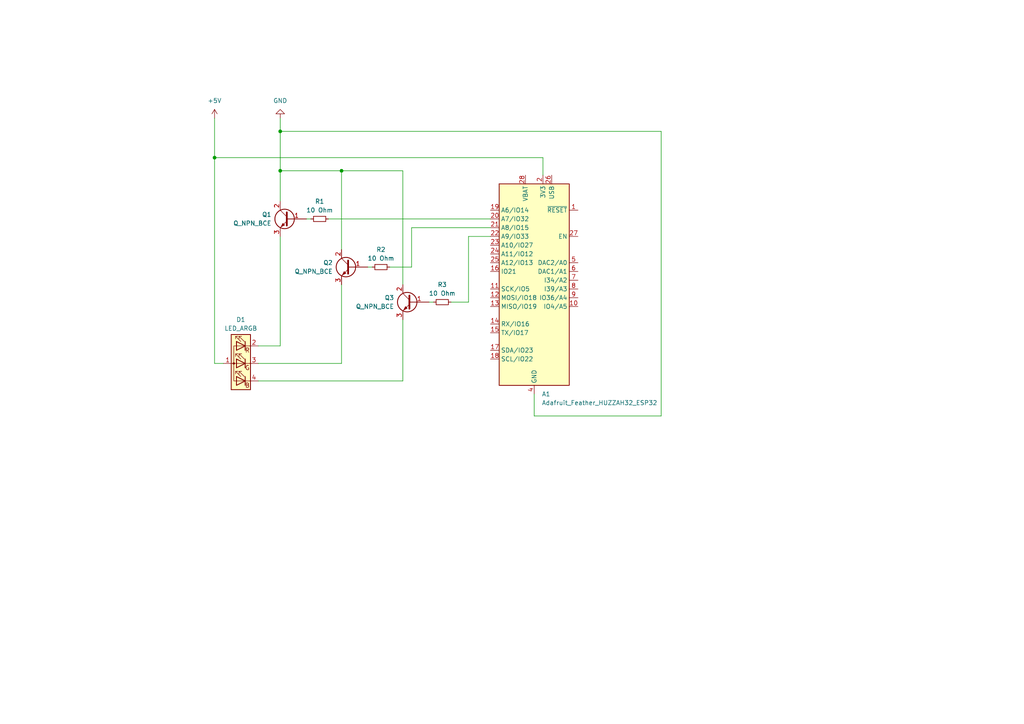
<source format=kicad_sch>
(kicad_sch (version 20230121) (generator eeschema)
  (paper "A4")
  (lib_symbols
    (symbol "Device:LED_ARGB" (pin_names (offset 0) hide)
      (property "Reference" "D" (at 0 9.398 0))
      (property "Value" "LED_ARGB" (at 0 -8.89 0))
      (symbol "LED_ARGB_0_0"
        (text "B" (at -1.905 -6.35 0) (effects (font (size 1.27 1.27))))
        (text "G" (at -1.905 -1.27 0) (effects (font (size 1.27 1.27))))
        (text "R" (at -1.905 3.81 0) (effects (font (size 1.27 1.27))))
      )
      (symbol "LED_ARGB_0_1"
        (polyline (pts (xy -1.27 -5.08) (xy -2.54 -5.08)))
        (polyline (pts (xy -1.27 -5.08) (xy 1.27 -5.08)))
        (polyline (pts (xy -1.27 -3.81) (xy -1.27 -6.35)) (stroke (width 0.254)))
        (polyline (pts (xy -1.27 0) (xy -2.54 0)))
        (polyline (pts (xy -1.27 1.27) (xy -1.27 -1.27)) (stroke (width 0.254)))
        (polyline (pts (xy -1.27 5.08) (xy -2.54 5.08)))
        (polyline (pts (xy -1.27 5.08) (xy 1.27 5.08)))
        (polyline (pts (xy -1.27 6.35) (xy -1.27 3.81)) (stroke (width 0.254)))
        (polyline (pts (xy 1.27 0) (xy -1.27 0)))
        (polyline (pts (xy 1.27 0) (xy 2.54 0)))
        (polyline (pts (xy -1.27 1.27) (xy -1.27 -1.27) (xy -1.27 -1.27)))
        (polyline (pts (xy -1.27 6.35) (xy -1.27 3.81) (xy -1.27 3.81)))
        (polyline (pts (xy 1.27 -5.08) (xy 2.032 -5.08) (xy 2.032 5.08) (xy 1.27 5.08)))
        (polyline (pts (xy 1.27 -3.81) (xy 1.27 -6.35) (xy -1.27 -5.08) (xy 1.27 -3.81)) (stroke (width 0.254)))
        (polyline (pts (xy 1.27 1.27) (xy 1.27 -1.27) (xy -1.27 0) (xy 1.27 1.27)) (stroke (width 0.254)))
        (polyline (pts (xy 1.27 6.35) (xy 1.27 3.81) (xy -1.27 5.08) (xy 1.27 6.35)) (stroke (width 0.254)))
        (polyline (pts (xy -1.016 -3.81) (xy 0.508 -2.286) (xy -0.254 -2.286) (xy 0.508 -2.286) (xy 0.508 -3.048)))
        (polyline (pts (xy -1.016 1.27) (xy 0.508 2.794) (xy -0.254 2.794) (xy 0.508 2.794) (xy 0.508 2.032)))
        (polyline (pts (xy -1.016 6.35) (xy 0.508 7.874) (xy -0.254 7.874) (xy 0.508 7.874) (xy 0.508 7.112)))
        (polyline (pts (xy 0 -3.81) (xy 1.524 -2.286) (xy 0.762 -2.286) (xy 1.524 -2.286) (xy 1.524 -3.048)))
        (polyline (pts (xy 0 1.27) (xy 1.524 2.794) (xy 0.762 2.794) (xy 1.524 2.794) (xy 1.524 2.032)))
        (polyline (pts (xy 0 6.35) (xy 1.524 7.874) (xy 0.762 7.874) (xy 1.524 7.874) (xy 1.524 7.112)))
        (rectangle (start 1.27 -1.27) (end 1.27 1.27))
        (rectangle (start 1.27 1.27) (end 1.27 1.27))
        (rectangle (start 1.27 3.81) (end 1.27 6.35))
        (rectangle (start 1.27 6.35) (end 1.27 6.35))
        (circle (center 2.032 0) (radius 0.254) (fill (type outline)))
        (rectangle (start 2.794 8.382) (end -2.794 -7.62) (stroke (width 0.254)) (fill (type background)))
      )
      (symbol "LED_ARGB_1_1"
        (pin passive line (at 5.08 0 180) (length 2.54) (name "A") (number "1"))
        (pin passive line (at -5.08 5.08 0) (length 2.54) (name "RK") (number "2"))
        (pin passive line (at -5.08 0 0) (length 2.54) (name "GK") (number "3"))
        (pin passive line (at -5.08 -5.08 0) (length 2.54) (name "BK") (number "4"))
      )
    )
    (symbol "Device:Q_NPN_BCE" (pin_names (offset 0) hide)
      (property "Reference" "Q" (at 5.08 1.27 0))
      (property "Value" "Q_NPN_BCE" (at 5.08 -1.27 0))
      (symbol "Q_NPN_BCE_0_1"
        (polyline (pts (xy 0.635 0.635) (xy 2.54 2.54)))
        (polyline (pts (xy 0.635 -0.635) (xy 2.54 -2.54) (xy 2.54 -2.54)))
        (polyline (pts (xy 0.635 1.905) (xy 0.635 -1.905) (xy 0.635 -1.905)) (stroke (width 0.508)))
        (polyline (pts (xy 1.27 -1.778) (xy 1.778 -1.27) (xy 2.286 -2.286) (xy 1.27 -1.778) (xy 1.27 -1.778)) (fill (type outline)))
        (circle (center 1.27 0) (radius 2.8194) (stroke (width 0.254)))
      )
      (symbol "Q_NPN_BCE_1_1"
        (pin input line (at -5.08 0 0) (length 5.715) (name "B") (number "1"))
        (pin passive line (at 2.54 5.08 270) (length 2.54) (name "C") (number "2"))
        (pin passive line (at 2.54 -5.08 90) (length 2.54) (name "E") (number "3"))
      )
    )
    (symbol "Device:R_Small" (pin_numbers hide) (pin_names (offset 0.254) hide)
      (property "Reference" "R" (at 0.762 0.508 0))
      (property "Value" "R_Small" (at 0.762 -1.016 0))
      (symbol "R_Small_0_1"
        (rectangle (start -0.762 1.778) (end 0.762 -1.778) (stroke (width 0.2032)))
      )
      (symbol "R_Small_1_1"
        (pin passive line (at 0 2.54 270) (length 0.762) (name "~") (number "1"))
        (pin passive line (at 0 -2.54 90) (length 0.762) (name "~") (number "2"))
      )
    )
    (symbol "MCU_Module:Adafruit_Feather_HUZZAH32_ESP32"
      (property "Reference" "A" (at -10.16 29.21 0))
      (property "Value" "Adafruit_Feather_HUZZAH32_ESP32" (at 2.54 -31.75 0))
      (symbol "Adafruit_Feather_HUZZAH32_ESP32_0_1"
        (rectangle (start -10.16 27.94) (end 10.16 -30.48) (stroke (width 0.254)) (fill (type background)))
      )
      (symbol "Adafruit_Feather_HUZZAH32_ESP32_1_1"
        (pin input line (at 12.7 20.32 180) (length 2.54) (name "~{RESET}") (number "1"))
        (pin bidirectional line (at 12.7 -7.62 180) (length 2.54) (name "IO4/A5") (number "10"))
        (pin bidirectional line (at -12.7 -2.54 0) (length 2.54) (name "SCK/IO5") (number "11"))
        (pin bidirectional line (at -12.7 -5.08 0) (length 2.54) (name "MOSI/IO18") (number "12"))
        (pin bidirectional line (at -12.7 -7.62 0) (length 2.54) (name "MISO/IO19") (number "13"))
        (pin bidirectional line (at -12.7 -12.7 0) (length 2.54) (name "RX/IO16") (number "14"))
        (pin bidirectional line (at -12.7 -15.24 0) (length 2.54) (name "TX/IO17") (number "15"))
        (pin bidirectional line (at -12.7 2.54 0) (length 2.54) (name "IO21") (number "16"))
        (pin bidirectional line (at -12.7 -20.32 0) (length 2.54) (name "SDA/IO23") (number "17"))
        (pin bidirectional line (at -12.7 -22.86 0) (length 2.54) (name "SCL/IO22") (number "18"))
        (pin bidirectional line (at -12.7 20.32 0) (length 2.54) (name "A6/IO14") (number "19"))
        (pin power_in line (at 2.54 30.48 270) (length 2.54) (name "3V3") (number "2"))
        (pin bidirectional line (at -12.7 17.78 0) (length 2.54) (name "A7/IO32") (number "20"))
        (pin bidirectional line (at -12.7 15.24 0) (length 2.54) (name "A8/IO15") (number "21"))
        (pin bidirectional line (at -12.7 12.7 0) (length 2.54) (name "A9/IO33") (number "22"))
        (pin bidirectional line (at -12.7 10.16 0) (length 2.54) (name "A10/IO27") (number "23"))
        (pin bidirectional line (at -12.7 7.62 0) (length 2.54) (name "A11/IO12") (number "24"))
        (pin bidirectional line (at -12.7 5.08 0) (length 2.54) (name "A12/IO13") (number "25"))
        (pin power_in line (at 5.08 30.48 270) (length 2.54) (name "USB") (number "26"))
        (pin input line (at 12.7 12.7 180) (length 2.54) (name "EN") (number "27"))
        (pin power_in line (at -2.54 30.48 270) (length 2.54) (name "VBAT") (number "28"))
        (pin no_connect line (at 10.16 10.16 180) (length 2.54) hide (name "NC") (number "3"))
        (pin power_in line (at 0 -33.02 90) (length 2.54) (name "GND") (number "4"))
        (pin bidirectional line (at 12.7 5.08 180) (length 2.54) (name "DAC2/A0") (number "5"))
        (pin bidirectional line (at 12.7 2.54 180) (length 2.54) (name "DAC1/A1") (number "6"))
        (pin bidirectional line (at 12.7 0 180) (length 2.54) (name "I34/A2") (number "7"))
        (pin bidirectional line (at 12.7 -2.54 180) (length 2.54) (name "I39/A3") (number "8"))
        (pin bidirectional line (at 12.7 -5.08 180) (length 2.54) (name "IO36/A4") (number "9"))
      )
    )
    (symbol "power:+5V" (power) (pin_names (offset 0))
      (property "Value" "+5V" (at 0 3.556 0))
      (symbol "+5V_0_1"
        (polyline (pts (xy -0.762 1.27) (xy 0 2.54)))
        (polyline (pts (xy 0 0) (xy 0 2.54)))
        (polyline (pts (xy 0 2.54) (xy 0.762 1.27)))
      )
      (symbol "+5V_1_1"
        (pin power_in line (at 0 0 90) (length 0) hide (name "+5V") (number "1"))
      )
    )
    (symbol "power:GND" (power) (pin_names (offset 0))
      (property "Value" "GND" (at 0 -3.81 0))
      (symbol "GND_0_1"
        (polyline (pts (xy 0 0) (xy 0 -1.27) (xy 1.27 -1.27) (xy 0 -2.54) (xy -1.27 -1.27) (xy 0 -1.27)))
      )
      (symbol "GND_1_1"
        (pin power_in line (at 0 0 270) (length 0) hide (name "GND") (number "1"))
      )
    )
  )
  (junction (at 99.06 49.53))
  (junction (at 81.28 38.1))
  (junction (at 81.28 49.53))
  (junction (at 62.23 45.72))
  (wire (pts (xy 119.38 66.04) (xy 119.38 77.47)))
  (wire (pts (xy 116.84 110.49) (xy 116.84 92.71)))
  (wire (pts (xy 154.94 120.65) (xy 191.77 120.65)))
  (wire (pts (xy 81.28 100.33) (xy 74.93 100.33)))
  (wire (pts (xy 135.89 87.63) (xy 135.89 68.58)))
  (wire (pts (xy 154.94 120.65) (xy 154.94 114.3)))
  (wire (pts (xy 88.9 63.5) (xy 90.17 63.5)))
  (wire (pts (xy 81.28 49.53) (xy 81.28 58.42)))
  (wire (pts (xy 191.77 120.65) (xy 191.77 38.1)))
  (wire (pts (xy 99.06 105.41) (xy 99.06 82.55)))
  (wire (pts (xy 119.38 66.04) (xy 142.24 66.04)))
  (wire (pts (xy 62.23 45.72) (xy 157.48 45.72)))
  (wire (pts (xy 62.23 105.41) (xy 64.77 105.41)))
  (wire (pts (xy 124.46 87.63) (xy 125.73 87.63)))
  (wire (pts (xy 62.23 45.72) (xy 62.23 105.41)))
  (wire (pts (xy 107.95 77.47) (xy 106.68 77.47)))
  (wire (pts (xy 81.28 49.53) (xy 99.06 49.53)))
  (wire (pts (xy 135.89 68.58) (xy 142.24 68.58)))
  (wire (pts (xy 81.28 68.58) (xy 81.28 100.33)))
  (wire (pts (xy 157.48 45.72) (xy 157.48 50.8)))
  (wire (pts (xy 99.06 49.53) (xy 99.06 72.39)))
  (wire (pts (xy 81.28 38.1) (xy 81.28 49.53)))
  (wire (pts (xy 74.93 110.49) (xy 116.84 110.49)))
  (wire (pts (xy 81.28 34.29) (xy 81.28 38.1)))
  (wire (pts (xy 130.81 87.63) (xy 135.89 87.63)))
  (wire (pts (xy 62.23 45.72) (xy 62.23 34.29)))
  (wire (pts (xy 74.93 105.41) (xy 99.06 105.41)))
  (wire (pts (xy 95.25 63.5) (xy 142.24 63.5)))
  (wire (pts (xy 116.84 49.53) (xy 116.84 82.55)))
  (wire (pts (xy 119.38 77.47) (xy 113.03 77.47)))
  (wire (pts (xy 191.77 38.1) (xy 81.28 38.1)))
  (wire (pts (xy 99.06 49.53) (xy 116.84 49.53)))
  (symbol (lib_id "MCU_Module:Adafruit_Feather_HUZZAH32_ESP32") (at 154.94 81.28 0) (unit 1)
    (property "Reference" "A1" (at 157.1341 114.3 0) (effects (justify left)))
    (property "Value" "Adafruit_Feather_HUZZAH32_ESP32" (at 157.1341 116.84 0) (effects (justify left)))
    (property "Footprint" "Module:Adafruit_Feather" (effects hide))
    (property "Datasheet" "https://cdn-learn.adafruit.com/downloads/pdf/adafruit-huzzah32-esp32-feather.pdf" (effects hide))
  )
  (symbol (lib_id "Device:Q_NPN_BCE") (at 83.82 63.5 0) (mirror y) (unit 1)
    (property "Reference" "Q1" (at 78.74 62.23 0) (effects (justify left)))
    (property "Value" "Q_NPN_BCE" (at 78.74 64.77 0) (effects (justify left)))
  )
  (symbol (lib_id "Device:R_Small") (at 128.27 87.63 90) (unit 1)
    (property "Reference" "R3" (at 128.27 82.55 90))
    (property "Value" "10 Ohm" (at 128.27 85.09 90))
  )
  (symbol (lib_id "Device:R_Small") (at 92.71 63.5 90) (unit 1)
    (property "Reference" "R1" (at 92.71 58.42 90))
    (property "Value" "10 Ohm" (at 92.71 60.96 90))
  )
  (symbol (lib_id "Device:LED_ARGB") (at 69.85 105.41 0) (mirror y) (unit 1)
    (property "Reference" "D1" (at 69.85 92.71 0))
    (property "Value" "LED_ARGB" (at 69.85 95.25 0))
  )
  (symbol (lib_id "Device:Q_NPN_BCE") (at 101.6 77.47 0) (mirror y) (unit 1)
    (property "Reference" "Q2" (at 96.52 76.2 0) (effects (justify left)))
    (property "Value" "Q_NPN_BCE" (at 96.52 78.74 0) (effects (justify left)))
  )
  (symbol (lib_id "power:GND") (at 81.28 34.29 180) (unit 1)
    (property "Reference" "#PWR02" (effects hide))
    (property "Value" "GND" (at 81.28 29.21 0))
  )
  (symbol (lib_id "Device:Q_NPN_BCE") (at 119.38 87.63 0) (mirror y) (unit 1)
    (property "Reference" "Q3" (at 114.3 86.36 0) (effects (justify left)))
    (property "Value" "Q_NPN_BCE" (at 114.3 88.9 0) (effects (justify left)))
  )
  (symbol (lib_id "Device:R_Small") (at 110.49 77.47 90) (unit 1)
    (property "Reference" "R2" (at 110.49 72.39 90))
    (property "Value" "10 Ohm" (at 110.49 74.93 90))
  )
  (symbol (lib_id "power:+5V") (at 62.23 34.29 0) (unit 1)
    (property "Reference" "#PWR01" (effects hide))
    (property "Value" "+5V" (at 62.23 29.21 0))
  )
)
</source>
